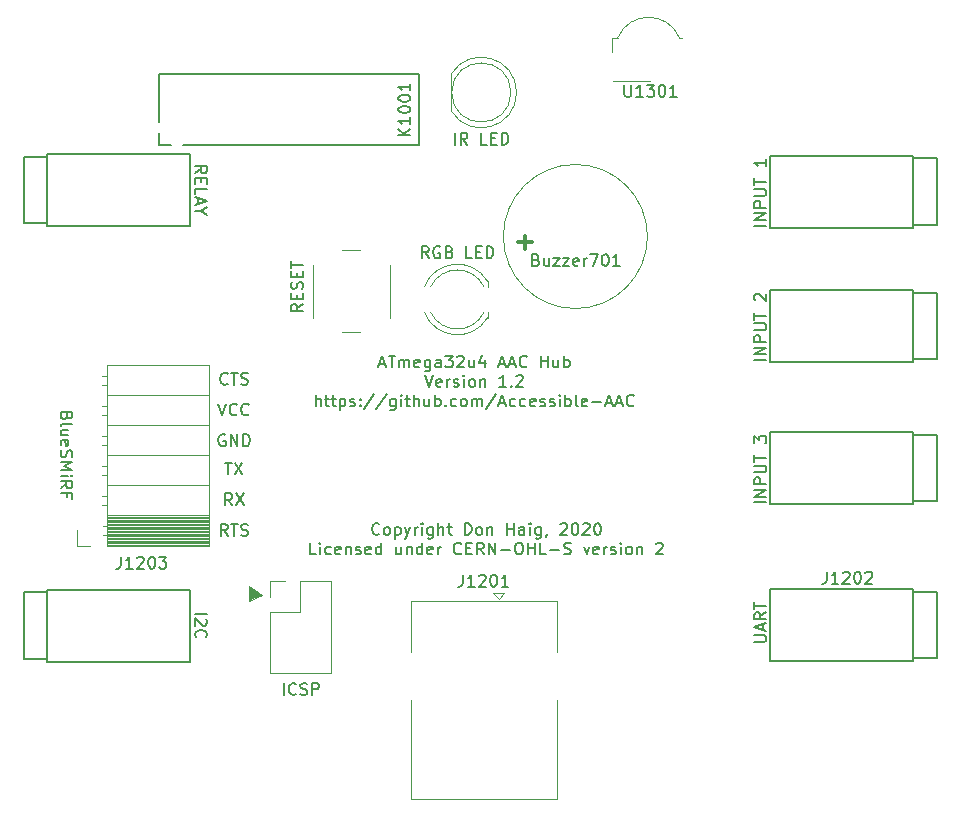
<source format=gto>
G04 #@! TF.GenerationSoftware,KiCad,Pcbnew,5.1.5-52549c5~86~ubuntu16.04.1*
G04 #@! TF.CreationDate,2020-04-28T17:17:38-04:00*
G04 #@! TF.ProjectId,atmega32u4_hub_pcb_2,61746d65-6761-4333-9275-345f6875625f,1.2*
G04 #@! TF.SameCoordinates,Original*
G04 #@! TF.FileFunction,Legend,Top*
G04 #@! TF.FilePolarity,Positive*
%FSLAX46Y46*%
G04 Gerber Fmt 4.6, Leading zero omitted, Abs format (unit mm)*
G04 Created by KiCad (PCBNEW 5.1.5-52549c5~86~ubuntu16.04.1) date 2020-04-28 17:17:38*
%MOMM*%
%LPD*%
G04 APERTURE LIST*
%ADD10C,0.100000*%
%ADD11C,0.150000*%
%ADD12C,0.300000*%
%ADD13C,0.120000*%
G04 APERTURE END LIST*
D10*
G36*
X126034800Y-118491000D02*
G01*
X124891800Y-118973600D01*
X124891800Y-117805200D01*
X124917200Y-117830600D01*
X124891800Y-117754400D01*
X126034800Y-118491000D01*
G37*
X126034800Y-118491000D02*
X124891800Y-118973600D01*
X124891800Y-117805200D01*
X124917200Y-117830600D01*
X124891800Y-117754400D01*
X126034800Y-118491000D01*
D11*
X109494628Y-103343485D02*
X109447009Y-103486342D01*
X109399390Y-103533961D01*
X109304152Y-103581580D01*
X109161295Y-103581580D01*
X109066057Y-103533961D01*
X109018438Y-103486342D01*
X108970819Y-103391104D01*
X108970819Y-103010152D01*
X109970819Y-103010152D01*
X109970819Y-103343485D01*
X109923200Y-103438723D01*
X109875580Y-103486342D01*
X109780342Y-103533961D01*
X109685104Y-103533961D01*
X109589866Y-103486342D01*
X109542247Y-103438723D01*
X109494628Y-103343485D01*
X109494628Y-103010152D01*
X108970819Y-104153009D02*
X109018438Y-104057771D01*
X109113676Y-104010152D01*
X109970819Y-104010152D01*
X109637485Y-104962533D02*
X108970819Y-104962533D01*
X109637485Y-104533961D02*
X109113676Y-104533961D01*
X109018438Y-104581580D01*
X108970819Y-104676819D01*
X108970819Y-104819676D01*
X109018438Y-104914914D01*
X109066057Y-104962533D01*
X109018438Y-105819676D02*
X108970819Y-105724438D01*
X108970819Y-105533961D01*
X109018438Y-105438723D01*
X109113676Y-105391104D01*
X109494628Y-105391104D01*
X109589866Y-105438723D01*
X109637485Y-105533961D01*
X109637485Y-105724438D01*
X109589866Y-105819676D01*
X109494628Y-105867295D01*
X109399390Y-105867295D01*
X109304152Y-105391104D01*
X109018438Y-106248247D02*
X108970819Y-106391104D01*
X108970819Y-106629200D01*
X109018438Y-106724438D01*
X109066057Y-106772057D01*
X109161295Y-106819676D01*
X109256533Y-106819676D01*
X109351771Y-106772057D01*
X109399390Y-106724438D01*
X109447009Y-106629200D01*
X109494628Y-106438723D01*
X109542247Y-106343485D01*
X109589866Y-106295866D01*
X109685104Y-106248247D01*
X109780342Y-106248247D01*
X109875580Y-106295866D01*
X109923200Y-106343485D01*
X109970819Y-106438723D01*
X109970819Y-106676819D01*
X109923200Y-106819676D01*
X108970819Y-107248247D02*
X109970819Y-107248247D01*
X109256533Y-107581580D01*
X109970819Y-107914914D01*
X108970819Y-107914914D01*
X108970819Y-108391104D02*
X109637485Y-108391104D01*
X109970819Y-108391104D02*
X109923200Y-108343485D01*
X109875580Y-108391104D01*
X109923200Y-108438723D01*
X109970819Y-108391104D01*
X109875580Y-108391104D01*
X108970819Y-109438723D02*
X109447009Y-109105390D01*
X108970819Y-108867295D02*
X109970819Y-108867295D01*
X109970819Y-109248247D01*
X109923200Y-109343485D01*
X109875580Y-109391104D01*
X109780342Y-109438723D01*
X109637485Y-109438723D01*
X109542247Y-109391104D01*
X109494628Y-109343485D01*
X109447009Y-109248247D01*
X109447009Y-108867295D01*
X109494628Y-110200628D02*
X109494628Y-109867295D01*
X108970819Y-109867295D02*
X109970819Y-109867295D01*
X109970819Y-110343485D01*
X167701980Y-122448438D02*
X168511504Y-122448438D01*
X168606742Y-122400819D01*
X168654361Y-122353200D01*
X168701980Y-122257961D01*
X168701980Y-122067485D01*
X168654361Y-121972247D01*
X168606742Y-121924628D01*
X168511504Y-121877009D01*
X167701980Y-121877009D01*
X168416266Y-121448438D02*
X168416266Y-120972247D01*
X168701980Y-121543676D02*
X167701980Y-121210342D01*
X168701980Y-120877009D01*
X168701980Y-119972247D02*
X168225790Y-120305580D01*
X168701980Y-120543676D02*
X167701980Y-120543676D01*
X167701980Y-120162723D01*
X167749600Y-120067485D01*
X167797219Y-120019866D01*
X167892457Y-119972247D01*
X168035314Y-119972247D01*
X168130552Y-120019866D01*
X168178171Y-120067485D01*
X168225790Y-120162723D01*
X168225790Y-120543676D01*
X167701980Y-119686533D02*
X167701980Y-119115104D01*
X168701980Y-119400819D02*
X167701980Y-119400819D01*
D12*
X148843928Y-88626142D02*
X147701071Y-88626142D01*
X148272500Y-89197571D02*
X148272500Y-88054714D01*
D11*
X120350019Y-120080209D02*
X121350019Y-120080209D01*
X121254780Y-120508780D02*
X121302400Y-120556400D01*
X121350019Y-120651638D01*
X121350019Y-120889733D01*
X121302400Y-120984971D01*
X121254780Y-121032590D01*
X121159542Y-121080209D01*
X121064304Y-121080209D01*
X120921447Y-121032590D01*
X120350019Y-120461161D01*
X120350019Y-121080209D01*
X120445257Y-122080209D02*
X120397638Y-122032590D01*
X120350019Y-121889733D01*
X120350019Y-121794495D01*
X120397638Y-121651638D01*
X120492876Y-121556400D01*
X120588114Y-121508780D01*
X120778590Y-121461161D01*
X120921447Y-121461161D01*
X121111923Y-121508780D01*
X121207161Y-121556400D01*
X121302400Y-121651638D01*
X121350019Y-121794495D01*
X121350019Y-121889733D01*
X121302400Y-122032590D01*
X121254780Y-122080209D01*
X135970380Y-98935566D02*
X136446571Y-98935566D01*
X135875142Y-99221280D02*
X136208476Y-98221280D01*
X136541809Y-99221280D01*
X136732285Y-98221280D02*
X137303714Y-98221280D01*
X137018000Y-99221280D02*
X137018000Y-98221280D01*
X137637047Y-99221280D02*
X137637047Y-98554614D01*
X137637047Y-98649852D02*
X137684666Y-98602233D01*
X137779904Y-98554614D01*
X137922761Y-98554614D01*
X138018000Y-98602233D01*
X138065619Y-98697471D01*
X138065619Y-99221280D01*
X138065619Y-98697471D02*
X138113238Y-98602233D01*
X138208476Y-98554614D01*
X138351333Y-98554614D01*
X138446571Y-98602233D01*
X138494190Y-98697471D01*
X138494190Y-99221280D01*
X139351333Y-99173661D02*
X139256095Y-99221280D01*
X139065619Y-99221280D01*
X138970380Y-99173661D01*
X138922761Y-99078423D01*
X138922761Y-98697471D01*
X138970380Y-98602233D01*
X139065619Y-98554614D01*
X139256095Y-98554614D01*
X139351333Y-98602233D01*
X139398952Y-98697471D01*
X139398952Y-98792709D01*
X138922761Y-98887947D01*
X140256095Y-98554614D02*
X140256095Y-99364138D01*
X140208476Y-99459376D01*
X140160857Y-99506995D01*
X140065619Y-99554614D01*
X139922761Y-99554614D01*
X139827523Y-99506995D01*
X140256095Y-99173661D02*
X140160857Y-99221280D01*
X139970380Y-99221280D01*
X139875142Y-99173661D01*
X139827523Y-99126042D01*
X139779904Y-99030804D01*
X139779904Y-98745090D01*
X139827523Y-98649852D01*
X139875142Y-98602233D01*
X139970380Y-98554614D01*
X140160857Y-98554614D01*
X140256095Y-98602233D01*
X141160857Y-99221280D02*
X141160857Y-98697471D01*
X141113238Y-98602233D01*
X141018000Y-98554614D01*
X140827523Y-98554614D01*
X140732285Y-98602233D01*
X141160857Y-99173661D02*
X141065619Y-99221280D01*
X140827523Y-99221280D01*
X140732285Y-99173661D01*
X140684666Y-99078423D01*
X140684666Y-98983185D01*
X140732285Y-98887947D01*
X140827523Y-98840328D01*
X141065619Y-98840328D01*
X141160857Y-98792709D01*
X141541809Y-98221280D02*
X142160857Y-98221280D01*
X141827523Y-98602233D01*
X141970380Y-98602233D01*
X142065619Y-98649852D01*
X142113238Y-98697471D01*
X142160857Y-98792709D01*
X142160857Y-99030804D01*
X142113238Y-99126042D01*
X142065619Y-99173661D01*
X141970380Y-99221280D01*
X141684666Y-99221280D01*
X141589428Y-99173661D01*
X141541809Y-99126042D01*
X142541809Y-98316519D02*
X142589428Y-98268900D01*
X142684666Y-98221280D01*
X142922761Y-98221280D01*
X143018000Y-98268900D01*
X143065619Y-98316519D01*
X143113238Y-98411757D01*
X143113238Y-98506995D01*
X143065619Y-98649852D01*
X142494190Y-99221280D01*
X143113238Y-99221280D01*
X143970380Y-98554614D02*
X143970380Y-99221280D01*
X143541809Y-98554614D02*
X143541809Y-99078423D01*
X143589428Y-99173661D01*
X143684666Y-99221280D01*
X143827523Y-99221280D01*
X143922761Y-99173661D01*
X143970380Y-99126042D01*
X144875142Y-98554614D02*
X144875142Y-99221280D01*
X144637047Y-98173661D02*
X144398952Y-98887947D01*
X145018000Y-98887947D01*
X146113238Y-98935566D02*
X146589428Y-98935566D01*
X146018000Y-99221280D02*
X146351333Y-98221280D01*
X146684666Y-99221280D01*
X146970380Y-98935566D02*
X147446571Y-98935566D01*
X146875142Y-99221280D02*
X147208476Y-98221280D01*
X147541809Y-99221280D01*
X148446571Y-99126042D02*
X148398952Y-99173661D01*
X148256095Y-99221280D01*
X148160857Y-99221280D01*
X148018000Y-99173661D01*
X147922761Y-99078423D01*
X147875142Y-98983185D01*
X147827523Y-98792709D01*
X147827523Y-98649852D01*
X147875142Y-98459376D01*
X147922761Y-98364138D01*
X148018000Y-98268900D01*
X148160857Y-98221280D01*
X148256095Y-98221280D01*
X148398952Y-98268900D01*
X148446571Y-98316519D01*
X149637047Y-99221280D02*
X149637047Y-98221280D01*
X149637047Y-98697471D02*
X150208476Y-98697471D01*
X150208476Y-99221280D02*
X150208476Y-98221280D01*
X151113238Y-98554614D02*
X151113238Y-99221280D01*
X150684666Y-98554614D02*
X150684666Y-99078423D01*
X150732285Y-99173661D01*
X150827523Y-99221280D01*
X150970380Y-99221280D01*
X151065619Y-99173661D01*
X151113238Y-99126042D01*
X151589428Y-99221280D02*
X151589428Y-98221280D01*
X151589428Y-98602233D02*
X151684666Y-98554614D01*
X151875142Y-98554614D01*
X151970380Y-98602233D01*
X152018000Y-98649852D01*
X152065619Y-98745090D01*
X152065619Y-99030804D01*
X152018000Y-99126042D01*
X151970380Y-99173661D01*
X151875142Y-99221280D01*
X151684666Y-99221280D01*
X151589428Y-99173661D01*
X139827523Y-99871280D02*
X140160857Y-100871280D01*
X140494190Y-99871280D01*
X141208476Y-100823661D02*
X141113238Y-100871280D01*
X140922761Y-100871280D01*
X140827523Y-100823661D01*
X140779904Y-100728423D01*
X140779904Y-100347471D01*
X140827523Y-100252233D01*
X140922761Y-100204614D01*
X141113238Y-100204614D01*
X141208476Y-100252233D01*
X141256095Y-100347471D01*
X141256095Y-100442709D01*
X140779904Y-100537947D01*
X141684666Y-100871280D02*
X141684666Y-100204614D01*
X141684666Y-100395090D02*
X141732285Y-100299852D01*
X141779904Y-100252233D01*
X141875142Y-100204614D01*
X141970380Y-100204614D01*
X142256095Y-100823661D02*
X142351333Y-100871280D01*
X142541809Y-100871280D01*
X142637047Y-100823661D01*
X142684666Y-100728423D01*
X142684666Y-100680804D01*
X142637047Y-100585566D01*
X142541809Y-100537947D01*
X142398952Y-100537947D01*
X142303714Y-100490328D01*
X142256095Y-100395090D01*
X142256095Y-100347471D01*
X142303714Y-100252233D01*
X142398952Y-100204614D01*
X142541809Y-100204614D01*
X142637047Y-100252233D01*
X143113238Y-100871280D02*
X143113238Y-100204614D01*
X143113238Y-99871280D02*
X143065619Y-99918900D01*
X143113238Y-99966519D01*
X143160857Y-99918900D01*
X143113238Y-99871280D01*
X143113238Y-99966519D01*
X143732285Y-100871280D02*
X143637047Y-100823661D01*
X143589428Y-100776042D01*
X143541809Y-100680804D01*
X143541809Y-100395090D01*
X143589428Y-100299852D01*
X143637047Y-100252233D01*
X143732285Y-100204614D01*
X143875142Y-100204614D01*
X143970380Y-100252233D01*
X144018000Y-100299852D01*
X144065619Y-100395090D01*
X144065619Y-100680804D01*
X144018000Y-100776042D01*
X143970380Y-100823661D01*
X143875142Y-100871280D01*
X143732285Y-100871280D01*
X144494190Y-100204614D02*
X144494190Y-100871280D01*
X144494190Y-100299852D02*
X144541809Y-100252233D01*
X144637047Y-100204614D01*
X144779904Y-100204614D01*
X144875142Y-100252233D01*
X144922761Y-100347471D01*
X144922761Y-100871280D01*
X146684666Y-100871280D02*
X146113238Y-100871280D01*
X146398952Y-100871280D02*
X146398952Y-99871280D01*
X146303714Y-100014138D01*
X146208476Y-100109376D01*
X146113238Y-100156995D01*
X147113238Y-100776042D02*
X147160857Y-100823661D01*
X147113238Y-100871280D01*
X147065619Y-100823661D01*
X147113238Y-100776042D01*
X147113238Y-100871280D01*
X147541809Y-99966519D02*
X147589428Y-99918900D01*
X147684666Y-99871280D01*
X147922761Y-99871280D01*
X148018000Y-99918900D01*
X148065619Y-99966519D01*
X148113238Y-100061757D01*
X148113238Y-100156995D01*
X148065619Y-100299852D01*
X147494190Y-100871280D01*
X148113238Y-100871280D01*
X130565619Y-102521280D02*
X130565619Y-101521280D01*
X130994190Y-102521280D02*
X130994190Y-101997471D01*
X130946571Y-101902233D01*
X130851333Y-101854614D01*
X130708476Y-101854614D01*
X130613238Y-101902233D01*
X130565619Y-101949852D01*
X131327523Y-101854614D02*
X131708476Y-101854614D01*
X131470380Y-101521280D02*
X131470380Y-102378423D01*
X131518000Y-102473661D01*
X131613238Y-102521280D01*
X131708476Y-102521280D01*
X131898952Y-101854614D02*
X132279904Y-101854614D01*
X132041809Y-101521280D02*
X132041809Y-102378423D01*
X132089428Y-102473661D01*
X132184666Y-102521280D01*
X132279904Y-102521280D01*
X132613238Y-101854614D02*
X132613238Y-102854614D01*
X132613238Y-101902233D02*
X132708476Y-101854614D01*
X132898952Y-101854614D01*
X132994190Y-101902233D01*
X133041809Y-101949852D01*
X133089428Y-102045090D01*
X133089428Y-102330804D01*
X133041809Y-102426042D01*
X132994190Y-102473661D01*
X132898952Y-102521280D01*
X132708476Y-102521280D01*
X132613238Y-102473661D01*
X133470380Y-102473661D02*
X133565619Y-102521280D01*
X133756095Y-102521280D01*
X133851333Y-102473661D01*
X133898952Y-102378423D01*
X133898952Y-102330804D01*
X133851333Y-102235566D01*
X133756095Y-102187947D01*
X133613238Y-102187947D01*
X133518000Y-102140328D01*
X133470380Y-102045090D01*
X133470380Y-101997471D01*
X133518000Y-101902233D01*
X133613238Y-101854614D01*
X133756095Y-101854614D01*
X133851333Y-101902233D01*
X134327523Y-102426042D02*
X134375142Y-102473661D01*
X134327523Y-102521280D01*
X134279904Y-102473661D01*
X134327523Y-102426042D01*
X134327523Y-102521280D01*
X134327523Y-101902233D02*
X134375142Y-101949852D01*
X134327523Y-101997471D01*
X134279904Y-101949852D01*
X134327523Y-101902233D01*
X134327523Y-101997471D01*
X135518000Y-101473661D02*
X134660857Y-102759376D01*
X136565619Y-101473661D02*
X135708476Y-102759376D01*
X137327523Y-101854614D02*
X137327523Y-102664138D01*
X137279904Y-102759376D01*
X137232285Y-102806995D01*
X137137047Y-102854614D01*
X136994190Y-102854614D01*
X136898952Y-102806995D01*
X137327523Y-102473661D02*
X137232285Y-102521280D01*
X137041809Y-102521280D01*
X136946571Y-102473661D01*
X136898952Y-102426042D01*
X136851333Y-102330804D01*
X136851333Y-102045090D01*
X136898952Y-101949852D01*
X136946571Y-101902233D01*
X137041809Y-101854614D01*
X137232285Y-101854614D01*
X137327523Y-101902233D01*
X137803714Y-102521280D02*
X137803714Y-101854614D01*
X137803714Y-101521280D02*
X137756095Y-101568900D01*
X137803714Y-101616519D01*
X137851333Y-101568900D01*
X137803714Y-101521280D01*
X137803714Y-101616519D01*
X138137047Y-101854614D02*
X138518000Y-101854614D01*
X138279904Y-101521280D02*
X138279904Y-102378423D01*
X138327523Y-102473661D01*
X138422761Y-102521280D01*
X138518000Y-102521280D01*
X138851333Y-102521280D02*
X138851333Y-101521280D01*
X139279904Y-102521280D02*
X139279904Y-101997471D01*
X139232285Y-101902233D01*
X139137047Y-101854614D01*
X138994190Y-101854614D01*
X138898952Y-101902233D01*
X138851333Y-101949852D01*
X140184666Y-101854614D02*
X140184666Y-102521280D01*
X139756095Y-101854614D02*
X139756095Y-102378423D01*
X139803714Y-102473661D01*
X139898952Y-102521280D01*
X140041809Y-102521280D01*
X140137047Y-102473661D01*
X140184666Y-102426042D01*
X140660857Y-102521280D02*
X140660857Y-101521280D01*
X140660857Y-101902233D02*
X140756095Y-101854614D01*
X140946571Y-101854614D01*
X141041809Y-101902233D01*
X141089428Y-101949852D01*
X141137047Y-102045090D01*
X141137047Y-102330804D01*
X141089428Y-102426042D01*
X141041809Y-102473661D01*
X140946571Y-102521280D01*
X140756095Y-102521280D01*
X140660857Y-102473661D01*
X141565619Y-102426042D02*
X141613238Y-102473661D01*
X141565619Y-102521280D01*
X141518000Y-102473661D01*
X141565619Y-102426042D01*
X141565619Y-102521280D01*
X142470380Y-102473661D02*
X142375142Y-102521280D01*
X142184666Y-102521280D01*
X142089428Y-102473661D01*
X142041809Y-102426042D01*
X141994190Y-102330804D01*
X141994190Y-102045090D01*
X142041809Y-101949852D01*
X142089428Y-101902233D01*
X142184666Y-101854614D01*
X142375142Y-101854614D01*
X142470380Y-101902233D01*
X143041809Y-102521280D02*
X142946571Y-102473661D01*
X142898952Y-102426042D01*
X142851333Y-102330804D01*
X142851333Y-102045090D01*
X142898952Y-101949852D01*
X142946571Y-101902233D01*
X143041809Y-101854614D01*
X143184666Y-101854614D01*
X143279904Y-101902233D01*
X143327523Y-101949852D01*
X143375142Y-102045090D01*
X143375142Y-102330804D01*
X143327523Y-102426042D01*
X143279904Y-102473661D01*
X143184666Y-102521280D01*
X143041809Y-102521280D01*
X143803714Y-102521280D02*
X143803714Y-101854614D01*
X143803714Y-101949852D02*
X143851333Y-101902233D01*
X143946571Y-101854614D01*
X144089428Y-101854614D01*
X144184666Y-101902233D01*
X144232285Y-101997471D01*
X144232285Y-102521280D01*
X144232285Y-101997471D02*
X144279904Y-101902233D01*
X144375142Y-101854614D01*
X144518000Y-101854614D01*
X144613238Y-101902233D01*
X144660857Y-101997471D01*
X144660857Y-102521280D01*
X145851333Y-101473661D02*
X144994190Y-102759376D01*
X146137047Y-102235566D02*
X146613238Y-102235566D01*
X146041809Y-102521280D02*
X146375142Y-101521280D01*
X146708476Y-102521280D01*
X147470380Y-102473661D02*
X147375142Y-102521280D01*
X147184666Y-102521280D01*
X147089428Y-102473661D01*
X147041809Y-102426042D01*
X146994190Y-102330804D01*
X146994190Y-102045090D01*
X147041809Y-101949852D01*
X147089428Y-101902233D01*
X147184666Y-101854614D01*
X147375142Y-101854614D01*
X147470380Y-101902233D01*
X148327523Y-102473661D02*
X148232285Y-102521280D01*
X148041809Y-102521280D01*
X147946571Y-102473661D01*
X147898952Y-102426042D01*
X147851333Y-102330804D01*
X147851333Y-102045090D01*
X147898952Y-101949852D01*
X147946571Y-101902233D01*
X148041809Y-101854614D01*
X148232285Y-101854614D01*
X148327523Y-101902233D01*
X149137047Y-102473661D02*
X149041809Y-102521280D01*
X148851333Y-102521280D01*
X148756095Y-102473661D01*
X148708476Y-102378423D01*
X148708476Y-101997471D01*
X148756095Y-101902233D01*
X148851333Y-101854614D01*
X149041809Y-101854614D01*
X149137047Y-101902233D01*
X149184666Y-101997471D01*
X149184666Y-102092709D01*
X148708476Y-102187947D01*
X149565619Y-102473661D02*
X149660857Y-102521280D01*
X149851333Y-102521280D01*
X149946571Y-102473661D01*
X149994190Y-102378423D01*
X149994190Y-102330804D01*
X149946571Y-102235566D01*
X149851333Y-102187947D01*
X149708476Y-102187947D01*
X149613238Y-102140328D01*
X149565619Y-102045090D01*
X149565619Y-101997471D01*
X149613238Y-101902233D01*
X149708476Y-101854614D01*
X149851333Y-101854614D01*
X149946571Y-101902233D01*
X150375142Y-102473661D02*
X150470380Y-102521280D01*
X150660857Y-102521280D01*
X150756095Y-102473661D01*
X150803714Y-102378423D01*
X150803714Y-102330804D01*
X150756095Y-102235566D01*
X150660857Y-102187947D01*
X150518000Y-102187947D01*
X150422761Y-102140328D01*
X150375142Y-102045090D01*
X150375142Y-101997471D01*
X150422761Y-101902233D01*
X150518000Y-101854614D01*
X150660857Y-101854614D01*
X150756095Y-101902233D01*
X151232285Y-102521280D02*
X151232285Y-101854614D01*
X151232285Y-101521280D02*
X151184666Y-101568900D01*
X151232285Y-101616519D01*
X151279904Y-101568900D01*
X151232285Y-101521280D01*
X151232285Y-101616519D01*
X151708476Y-102521280D02*
X151708476Y-101521280D01*
X151708476Y-101902233D02*
X151803714Y-101854614D01*
X151994190Y-101854614D01*
X152089428Y-101902233D01*
X152137047Y-101949852D01*
X152184666Y-102045090D01*
X152184666Y-102330804D01*
X152137047Y-102426042D01*
X152089428Y-102473661D01*
X151994190Y-102521280D01*
X151803714Y-102521280D01*
X151708476Y-102473661D01*
X152756095Y-102521280D02*
X152660857Y-102473661D01*
X152613238Y-102378423D01*
X152613238Y-101521280D01*
X153518000Y-102473661D02*
X153422761Y-102521280D01*
X153232285Y-102521280D01*
X153137047Y-102473661D01*
X153089428Y-102378423D01*
X153089428Y-101997471D01*
X153137047Y-101902233D01*
X153232285Y-101854614D01*
X153422761Y-101854614D01*
X153518000Y-101902233D01*
X153565619Y-101997471D01*
X153565619Y-102092709D01*
X153089428Y-102187947D01*
X153994190Y-102140328D02*
X154756095Y-102140328D01*
X155184666Y-102235566D02*
X155660857Y-102235566D01*
X155089428Y-102521280D02*
X155422761Y-101521280D01*
X155756095Y-102521280D01*
X156041809Y-102235566D02*
X156518000Y-102235566D01*
X155946571Y-102521280D02*
X156279904Y-101521280D01*
X156613238Y-102521280D01*
X157518000Y-102426042D02*
X157470380Y-102473661D01*
X157327523Y-102521280D01*
X157232285Y-102521280D01*
X157089428Y-102473661D01*
X156994190Y-102378423D01*
X156946571Y-102283185D01*
X156898952Y-102092709D01*
X156898952Y-101949852D01*
X156946571Y-101759376D01*
X156994190Y-101664138D01*
X157089428Y-101568900D01*
X157232285Y-101521280D01*
X157327523Y-101521280D01*
X157470380Y-101568900D01*
X157518000Y-101616519D01*
X135949871Y-113311442D02*
X135902252Y-113359061D01*
X135759395Y-113406680D01*
X135664157Y-113406680D01*
X135521300Y-113359061D01*
X135426061Y-113263823D01*
X135378442Y-113168585D01*
X135330823Y-112978109D01*
X135330823Y-112835252D01*
X135378442Y-112644776D01*
X135426061Y-112549538D01*
X135521300Y-112454300D01*
X135664157Y-112406680D01*
X135759395Y-112406680D01*
X135902252Y-112454300D01*
X135949871Y-112501919D01*
X136521300Y-113406680D02*
X136426061Y-113359061D01*
X136378442Y-113311442D01*
X136330823Y-113216204D01*
X136330823Y-112930490D01*
X136378442Y-112835252D01*
X136426061Y-112787633D01*
X136521300Y-112740014D01*
X136664157Y-112740014D01*
X136759395Y-112787633D01*
X136807014Y-112835252D01*
X136854633Y-112930490D01*
X136854633Y-113216204D01*
X136807014Y-113311442D01*
X136759395Y-113359061D01*
X136664157Y-113406680D01*
X136521300Y-113406680D01*
X137283204Y-112740014D02*
X137283204Y-113740014D01*
X137283204Y-112787633D02*
X137378442Y-112740014D01*
X137568919Y-112740014D01*
X137664157Y-112787633D01*
X137711776Y-112835252D01*
X137759395Y-112930490D01*
X137759395Y-113216204D01*
X137711776Y-113311442D01*
X137664157Y-113359061D01*
X137568919Y-113406680D01*
X137378442Y-113406680D01*
X137283204Y-113359061D01*
X138092728Y-112740014D02*
X138330823Y-113406680D01*
X138568919Y-112740014D02*
X138330823Y-113406680D01*
X138235585Y-113644776D01*
X138187966Y-113692395D01*
X138092728Y-113740014D01*
X138949871Y-113406680D02*
X138949871Y-112740014D01*
X138949871Y-112930490D02*
X138997490Y-112835252D01*
X139045109Y-112787633D01*
X139140347Y-112740014D01*
X139235585Y-112740014D01*
X139568919Y-113406680D02*
X139568919Y-112740014D01*
X139568919Y-112406680D02*
X139521300Y-112454300D01*
X139568919Y-112501919D01*
X139616538Y-112454300D01*
X139568919Y-112406680D01*
X139568919Y-112501919D01*
X140473680Y-112740014D02*
X140473680Y-113549538D01*
X140426061Y-113644776D01*
X140378442Y-113692395D01*
X140283204Y-113740014D01*
X140140347Y-113740014D01*
X140045109Y-113692395D01*
X140473680Y-113359061D02*
X140378442Y-113406680D01*
X140187966Y-113406680D01*
X140092728Y-113359061D01*
X140045109Y-113311442D01*
X139997490Y-113216204D01*
X139997490Y-112930490D01*
X140045109Y-112835252D01*
X140092728Y-112787633D01*
X140187966Y-112740014D01*
X140378442Y-112740014D01*
X140473680Y-112787633D01*
X140949871Y-113406680D02*
X140949871Y-112406680D01*
X141378442Y-113406680D02*
X141378442Y-112882871D01*
X141330823Y-112787633D01*
X141235585Y-112740014D01*
X141092728Y-112740014D01*
X140997490Y-112787633D01*
X140949871Y-112835252D01*
X141711776Y-112740014D02*
X142092728Y-112740014D01*
X141854633Y-112406680D02*
X141854633Y-113263823D01*
X141902252Y-113359061D01*
X141997490Y-113406680D01*
X142092728Y-113406680D01*
X143187966Y-113406680D02*
X143187966Y-112406680D01*
X143426061Y-112406680D01*
X143568919Y-112454300D01*
X143664157Y-112549538D01*
X143711776Y-112644776D01*
X143759395Y-112835252D01*
X143759395Y-112978109D01*
X143711776Y-113168585D01*
X143664157Y-113263823D01*
X143568919Y-113359061D01*
X143426061Y-113406680D01*
X143187966Y-113406680D01*
X144330823Y-113406680D02*
X144235585Y-113359061D01*
X144187966Y-113311442D01*
X144140347Y-113216204D01*
X144140347Y-112930490D01*
X144187966Y-112835252D01*
X144235585Y-112787633D01*
X144330823Y-112740014D01*
X144473680Y-112740014D01*
X144568919Y-112787633D01*
X144616538Y-112835252D01*
X144664157Y-112930490D01*
X144664157Y-113216204D01*
X144616538Y-113311442D01*
X144568919Y-113359061D01*
X144473680Y-113406680D01*
X144330823Y-113406680D01*
X145092728Y-112740014D02*
X145092728Y-113406680D01*
X145092728Y-112835252D02*
X145140347Y-112787633D01*
X145235585Y-112740014D01*
X145378442Y-112740014D01*
X145473680Y-112787633D01*
X145521300Y-112882871D01*
X145521300Y-113406680D01*
X146759395Y-113406680D02*
X146759395Y-112406680D01*
X146759395Y-112882871D02*
X147330823Y-112882871D01*
X147330823Y-113406680D02*
X147330823Y-112406680D01*
X148235585Y-113406680D02*
X148235585Y-112882871D01*
X148187966Y-112787633D01*
X148092728Y-112740014D01*
X147902252Y-112740014D01*
X147807014Y-112787633D01*
X148235585Y-113359061D02*
X148140347Y-113406680D01*
X147902252Y-113406680D01*
X147807014Y-113359061D01*
X147759395Y-113263823D01*
X147759395Y-113168585D01*
X147807014Y-113073347D01*
X147902252Y-113025728D01*
X148140347Y-113025728D01*
X148235585Y-112978109D01*
X148711776Y-113406680D02*
X148711776Y-112740014D01*
X148711776Y-112406680D02*
X148664157Y-112454300D01*
X148711776Y-112501919D01*
X148759395Y-112454300D01*
X148711776Y-112406680D01*
X148711776Y-112501919D01*
X149616538Y-112740014D02*
X149616538Y-113549538D01*
X149568919Y-113644776D01*
X149521300Y-113692395D01*
X149426061Y-113740014D01*
X149283204Y-113740014D01*
X149187966Y-113692395D01*
X149616538Y-113359061D02*
X149521300Y-113406680D01*
X149330823Y-113406680D01*
X149235585Y-113359061D01*
X149187966Y-113311442D01*
X149140347Y-113216204D01*
X149140347Y-112930490D01*
X149187966Y-112835252D01*
X149235585Y-112787633D01*
X149330823Y-112740014D01*
X149521300Y-112740014D01*
X149616538Y-112787633D01*
X150140347Y-113359061D02*
X150140347Y-113406680D01*
X150092728Y-113501919D01*
X150045109Y-113549538D01*
X151283204Y-112501919D02*
X151330823Y-112454300D01*
X151426061Y-112406680D01*
X151664157Y-112406680D01*
X151759395Y-112454300D01*
X151807014Y-112501919D01*
X151854633Y-112597157D01*
X151854633Y-112692395D01*
X151807014Y-112835252D01*
X151235585Y-113406680D01*
X151854633Y-113406680D01*
X152473680Y-112406680D02*
X152568919Y-112406680D01*
X152664157Y-112454300D01*
X152711776Y-112501919D01*
X152759395Y-112597157D01*
X152807014Y-112787633D01*
X152807014Y-113025728D01*
X152759395Y-113216204D01*
X152711776Y-113311442D01*
X152664157Y-113359061D01*
X152568919Y-113406680D01*
X152473680Y-113406680D01*
X152378442Y-113359061D01*
X152330823Y-113311442D01*
X152283204Y-113216204D01*
X152235585Y-113025728D01*
X152235585Y-112787633D01*
X152283204Y-112597157D01*
X152330823Y-112501919D01*
X152378442Y-112454300D01*
X152473680Y-112406680D01*
X153187966Y-112501919D02*
X153235585Y-112454300D01*
X153330823Y-112406680D01*
X153568919Y-112406680D01*
X153664157Y-112454300D01*
X153711776Y-112501919D01*
X153759395Y-112597157D01*
X153759395Y-112692395D01*
X153711776Y-112835252D01*
X153140347Y-113406680D01*
X153759395Y-113406680D01*
X154378442Y-112406680D02*
X154473680Y-112406680D01*
X154568919Y-112454300D01*
X154616538Y-112501919D01*
X154664157Y-112597157D01*
X154711776Y-112787633D01*
X154711776Y-113025728D01*
X154664157Y-113216204D01*
X154616538Y-113311442D01*
X154568919Y-113359061D01*
X154473680Y-113406680D01*
X154378442Y-113406680D01*
X154283204Y-113359061D01*
X154235585Y-113311442D01*
X154187966Y-113216204D01*
X154140347Y-113025728D01*
X154140347Y-112787633D01*
X154187966Y-112597157D01*
X154235585Y-112501919D01*
X154283204Y-112454300D01*
X154378442Y-112406680D01*
X130592728Y-115056680D02*
X130116538Y-115056680D01*
X130116538Y-114056680D01*
X130926061Y-115056680D02*
X130926061Y-114390014D01*
X130926061Y-114056680D02*
X130878442Y-114104300D01*
X130926061Y-114151919D01*
X130973680Y-114104300D01*
X130926061Y-114056680D01*
X130926061Y-114151919D01*
X131830823Y-115009061D02*
X131735585Y-115056680D01*
X131545109Y-115056680D01*
X131449871Y-115009061D01*
X131402252Y-114961442D01*
X131354633Y-114866204D01*
X131354633Y-114580490D01*
X131402252Y-114485252D01*
X131449871Y-114437633D01*
X131545109Y-114390014D01*
X131735585Y-114390014D01*
X131830823Y-114437633D01*
X132640347Y-115009061D02*
X132545109Y-115056680D01*
X132354633Y-115056680D01*
X132259395Y-115009061D01*
X132211776Y-114913823D01*
X132211776Y-114532871D01*
X132259395Y-114437633D01*
X132354633Y-114390014D01*
X132545109Y-114390014D01*
X132640347Y-114437633D01*
X132687966Y-114532871D01*
X132687966Y-114628109D01*
X132211776Y-114723347D01*
X133116538Y-114390014D02*
X133116538Y-115056680D01*
X133116538Y-114485252D02*
X133164157Y-114437633D01*
X133259395Y-114390014D01*
X133402252Y-114390014D01*
X133497490Y-114437633D01*
X133545109Y-114532871D01*
X133545109Y-115056680D01*
X133973680Y-115009061D02*
X134068919Y-115056680D01*
X134259395Y-115056680D01*
X134354633Y-115009061D01*
X134402252Y-114913823D01*
X134402252Y-114866204D01*
X134354633Y-114770966D01*
X134259395Y-114723347D01*
X134116538Y-114723347D01*
X134021300Y-114675728D01*
X133973680Y-114580490D01*
X133973680Y-114532871D01*
X134021300Y-114437633D01*
X134116538Y-114390014D01*
X134259395Y-114390014D01*
X134354633Y-114437633D01*
X135211776Y-115009061D02*
X135116538Y-115056680D01*
X134926061Y-115056680D01*
X134830823Y-115009061D01*
X134783204Y-114913823D01*
X134783204Y-114532871D01*
X134830823Y-114437633D01*
X134926061Y-114390014D01*
X135116538Y-114390014D01*
X135211776Y-114437633D01*
X135259395Y-114532871D01*
X135259395Y-114628109D01*
X134783204Y-114723347D01*
X136116538Y-115056680D02*
X136116538Y-114056680D01*
X136116538Y-115009061D02*
X136021300Y-115056680D01*
X135830823Y-115056680D01*
X135735585Y-115009061D01*
X135687966Y-114961442D01*
X135640347Y-114866204D01*
X135640347Y-114580490D01*
X135687966Y-114485252D01*
X135735585Y-114437633D01*
X135830823Y-114390014D01*
X136021300Y-114390014D01*
X136116538Y-114437633D01*
X137783204Y-114390014D02*
X137783204Y-115056680D01*
X137354633Y-114390014D02*
X137354633Y-114913823D01*
X137402252Y-115009061D01*
X137497490Y-115056680D01*
X137640347Y-115056680D01*
X137735585Y-115009061D01*
X137783204Y-114961442D01*
X138259395Y-114390014D02*
X138259395Y-115056680D01*
X138259395Y-114485252D02*
X138307014Y-114437633D01*
X138402252Y-114390014D01*
X138545109Y-114390014D01*
X138640347Y-114437633D01*
X138687966Y-114532871D01*
X138687966Y-115056680D01*
X139592728Y-115056680D02*
X139592728Y-114056680D01*
X139592728Y-115009061D02*
X139497490Y-115056680D01*
X139307014Y-115056680D01*
X139211776Y-115009061D01*
X139164157Y-114961442D01*
X139116538Y-114866204D01*
X139116538Y-114580490D01*
X139164157Y-114485252D01*
X139211776Y-114437633D01*
X139307014Y-114390014D01*
X139497490Y-114390014D01*
X139592728Y-114437633D01*
X140449871Y-115009061D02*
X140354633Y-115056680D01*
X140164157Y-115056680D01*
X140068919Y-115009061D01*
X140021300Y-114913823D01*
X140021300Y-114532871D01*
X140068919Y-114437633D01*
X140164157Y-114390014D01*
X140354633Y-114390014D01*
X140449871Y-114437633D01*
X140497490Y-114532871D01*
X140497490Y-114628109D01*
X140021300Y-114723347D01*
X140926061Y-115056680D02*
X140926061Y-114390014D01*
X140926061Y-114580490D02*
X140973680Y-114485252D01*
X141021300Y-114437633D01*
X141116538Y-114390014D01*
X141211776Y-114390014D01*
X142878442Y-114961442D02*
X142830823Y-115009061D01*
X142687966Y-115056680D01*
X142592728Y-115056680D01*
X142449871Y-115009061D01*
X142354633Y-114913823D01*
X142307014Y-114818585D01*
X142259395Y-114628109D01*
X142259395Y-114485252D01*
X142307014Y-114294776D01*
X142354633Y-114199538D01*
X142449871Y-114104300D01*
X142592728Y-114056680D01*
X142687966Y-114056680D01*
X142830823Y-114104300D01*
X142878442Y-114151919D01*
X143307014Y-114532871D02*
X143640347Y-114532871D01*
X143783204Y-115056680D02*
X143307014Y-115056680D01*
X143307014Y-114056680D01*
X143783204Y-114056680D01*
X144783204Y-115056680D02*
X144449871Y-114580490D01*
X144211776Y-115056680D02*
X144211776Y-114056680D01*
X144592728Y-114056680D01*
X144687966Y-114104300D01*
X144735585Y-114151919D01*
X144783204Y-114247157D01*
X144783204Y-114390014D01*
X144735585Y-114485252D01*
X144687966Y-114532871D01*
X144592728Y-114580490D01*
X144211776Y-114580490D01*
X145211776Y-115056680D02*
X145211776Y-114056680D01*
X145783204Y-115056680D01*
X145783204Y-114056680D01*
X146259395Y-114675728D02*
X147021300Y-114675728D01*
X147687966Y-114056680D02*
X147878442Y-114056680D01*
X147973680Y-114104300D01*
X148068919Y-114199538D01*
X148116538Y-114390014D01*
X148116538Y-114723347D01*
X148068919Y-114913823D01*
X147973680Y-115009061D01*
X147878442Y-115056680D01*
X147687966Y-115056680D01*
X147592728Y-115009061D01*
X147497490Y-114913823D01*
X147449871Y-114723347D01*
X147449871Y-114390014D01*
X147497490Y-114199538D01*
X147592728Y-114104300D01*
X147687966Y-114056680D01*
X148545109Y-115056680D02*
X148545109Y-114056680D01*
X148545109Y-114532871D02*
X149116538Y-114532871D01*
X149116538Y-115056680D02*
X149116538Y-114056680D01*
X150068919Y-115056680D02*
X149592728Y-115056680D01*
X149592728Y-114056680D01*
X150402252Y-114675728D02*
X151164157Y-114675728D01*
X151592728Y-115009061D02*
X151735585Y-115056680D01*
X151973680Y-115056680D01*
X152068919Y-115009061D01*
X152116538Y-114961442D01*
X152164157Y-114866204D01*
X152164157Y-114770966D01*
X152116538Y-114675728D01*
X152068919Y-114628109D01*
X151973680Y-114580490D01*
X151783204Y-114532871D01*
X151687966Y-114485252D01*
X151640347Y-114437633D01*
X151592728Y-114342395D01*
X151592728Y-114247157D01*
X151640347Y-114151919D01*
X151687966Y-114104300D01*
X151783204Y-114056680D01*
X152021300Y-114056680D01*
X152164157Y-114104300D01*
X153259395Y-114390014D02*
X153497490Y-115056680D01*
X153735585Y-114390014D01*
X154497490Y-115009061D02*
X154402252Y-115056680D01*
X154211776Y-115056680D01*
X154116538Y-115009061D01*
X154068919Y-114913823D01*
X154068919Y-114532871D01*
X154116538Y-114437633D01*
X154211776Y-114390014D01*
X154402252Y-114390014D01*
X154497490Y-114437633D01*
X154545109Y-114532871D01*
X154545109Y-114628109D01*
X154068919Y-114723347D01*
X154973680Y-115056680D02*
X154973680Y-114390014D01*
X154973680Y-114580490D02*
X155021300Y-114485252D01*
X155068919Y-114437633D01*
X155164157Y-114390014D01*
X155259395Y-114390014D01*
X155545109Y-115009061D02*
X155640347Y-115056680D01*
X155830823Y-115056680D01*
X155926061Y-115009061D01*
X155973680Y-114913823D01*
X155973680Y-114866204D01*
X155926061Y-114770966D01*
X155830823Y-114723347D01*
X155687966Y-114723347D01*
X155592728Y-114675728D01*
X155545109Y-114580490D01*
X155545109Y-114532871D01*
X155592728Y-114437633D01*
X155687966Y-114390014D01*
X155830823Y-114390014D01*
X155926061Y-114437633D01*
X156402252Y-115056680D02*
X156402252Y-114390014D01*
X156402252Y-114056680D02*
X156354633Y-114104300D01*
X156402252Y-114151919D01*
X156449871Y-114104300D01*
X156402252Y-114056680D01*
X156402252Y-114151919D01*
X157021300Y-115056680D02*
X156926061Y-115009061D01*
X156878442Y-114961442D01*
X156830823Y-114866204D01*
X156830823Y-114580490D01*
X156878442Y-114485252D01*
X156926061Y-114437633D01*
X157021300Y-114390014D01*
X157164157Y-114390014D01*
X157259395Y-114437633D01*
X157307014Y-114485252D01*
X157354633Y-114580490D01*
X157354633Y-114866204D01*
X157307014Y-114961442D01*
X157259395Y-115009061D01*
X157164157Y-115056680D01*
X157021300Y-115056680D01*
X157783204Y-114390014D02*
X157783204Y-115056680D01*
X157783204Y-114485252D02*
X157830823Y-114437633D01*
X157926061Y-114390014D01*
X158068919Y-114390014D01*
X158164157Y-114437633D01*
X158211776Y-114532871D01*
X158211776Y-115056680D01*
X159402252Y-114151919D02*
X159449871Y-114104300D01*
X159545109Y-114056680D01*
X159783204Y-114056680D01*
X159878442Y-114104300D01*
X159926061Y-114151919D01*
X159973680Y-114247157D01*
X159973680Y-114342395D01*
X159926061Y-114485252D01*
X159354633Y-115056680D01*
X159973680Y-115056680D01*
X120350019Y-82770838D02*
X120826209Y-82437504D01*
X120350019Y-82199409D02*
X121350019Y-82199409D01*
X121350019Y-82580361D01*
X121302400Y-82675600D01*
X121254780Y-82723219D01*
X121159542Y-82770838D01*
X121016685Y-82770838D01*
X120921447Y-82723219D01*
X120873828Y-82675600D01*
X120826209Y-82580361D01*
X120826209Y-82199409D01*
X120873828Y-83199409D02*
X120873828Y-83532742D01*
X120350019Y-83675600D02*
X120350019Y-83199409D01*
X121350019Y-83199409D01*
X121350019Y-83675600D01*
X120350019Y-84580361D02*
X120350019Y-84104171D01*
X121350019Y-84104171D01*
X120635733Y-84866076D02*
X120635733Y-85342266D01*
X120350019Y-84770838D02*
X121350019Y-85104171D01*
X120350019Y-85437504D01*
X120826209Y-85961314D02*
X120350019Y-85961314D01*
X121350019Y-85627980D02*
X120826209Y-85961314D01*
X121350019Y-86294647D01*
X168701980Y-110634114D02*
X167701980Y-110634114D01*
X168701980Y-110157923D02*
X167701980Y-110157923D01*
X168701980Y-109586495D01*
X167701980Y-109586495D01*
X168701980Y-109110304D02*
X167701980Y-109110304D01*
X167701980Y-108729352D01*
X167749600Y-108634114D01*
X167797219Y-108586495D01*
X167892457Y-108538876D01*
X168035314Y-108538876D01*
X168130552Y-108586495D01*
X168178171Y-108634114D01*
X168225790Y-108729352D01*
X168225790Y-109110304D01*
X167701980Y-108110304D02*
X168511504Y-108110304D01*
X168606742Y-108062685D01*
X168654361Y-108015066D01*
X168701980Y-107919828D01*
X168701980Y-107729352D01*
X168654361Y-107634114D01*
X168606742Y-107586495D01*
X168511504Y-107538876D01*
X167701980Y-107538876D01*
X167701980Y-107205542D02*
X167701980Y-106634114D01*
X168701980Y-106919828D02*
X167701980Y-106919828D01*
X167701980Y-105634114D02*
X167701980Y-105015066D01*
X168082933Y-105348400D01*
X168082933Y-105205542D01*
X168130552Y-105110304D01*
X168178171Y-105062685D01*
X168273409Y-105015066D01*
X168511504Y-105015066D01*
X168606742Y-105062685D01*
X168654361Y-105110304D01*
X168701980Y-105205542D01*
X168701980Y-105491257D01*
X168654361Y-105586495D01*
X168606742Y-105634114D01*
X168701980Y-98594514D02*
X167701980Y-98594514D01*
X168701980Y-98118323D02*
X167701980Y-98118323D01*
X168701980Y-97546895D01*
X167701980Y-97546895D01*
X168701980Y-97070704D02*
X167701980Y-97070704D01*
X167701980Y-96689752D01*
X167749600Y-96594514D01*
X167797219Y-96546895D01*
X167892457Y-96499276D01*
X168035314Y-96499276D01*
X168130552Y-96546895D01*
X168178171Y-96594514D01*
X168225790Y-96689752D01*
X168225790Y-97070704D01*
X167701980Y-96070704D02*
X168511504Y-96070704D01*
X168606742Y-96023085D01*
X168654361Y-95975466D01*
X168701980Y-95880228D01*
X168701980Y-95689752D01*
X168654361Y-95594514D01*
X168606742Y-95546895D01*
X168511504Y-95499276D01*
X167701980Y-95499276D01*
X167701980Y-95165942D02*
X167701980Y-94594514D01*
X168701980Y-94880228D02*
X167701980Y-94880228D01*
X167797219Y-93546895D02*
X167749600Y-93499276D01*
X167701980Y-93404038D01*
X167701980Y-93165942D01*
X167749600Y-93070704D01*
X167797219Y-93023085D01*
X167892457Y-92975466D01*
X167987695Y-92975466D01*
X168130552Y-93023085D01*
X168701980Y-93594514D01*
X168701980Y-92975466D01*
X168701980Y-87215314D02*
X167701980Y-87215314D01*
X168701980Y-86739123D02*
X167701980Y-86739123D01*
X168701980Y-86167695D01*
X167701980Y-86167695D01*
X168701980Y-85691504D02*
X167701980Y-85691504D01*
X167701980Y-85310552D01*
X167749600Y-85215314D01*
X167797219Y-85167695D01*
X167892457Y-85120076D01*
X168035314Y-85120076D01*
X168130552Y-85167695D01*
X168178171Y-85215314D01*
X168225790Y-85310552D01*
X168225790Y-85691504D01*
X167701980Y-84691504D02*
X168511504Y-84691504D01*
X168606742Y-84643885D01*
X168654361Y-84596266D01*
X168701980Y-84501028D01*
X168701980Y-84310552D01*
X168654361Y-84215314D01*
X168606742Y-84167695D01*
X168511504Y-84120076D01*
X167701980Y-84120076D01*
X167701980Y-83786742D02*
X167701980Y-83215314D01*
X168701980Y-83501028D02*
X167701980Y-83501028D01*
X168701980Y-81596266D02*
X168701980Y-82167695D01*
X168701980Y-81881980D02*
X167701980Y-81881980D01*
X167844838Y-81977219D01*
X167940076Y-82072457D01*
X167987695Y-82167695D01*
D13*
X111455200Y-114360000D02*
X110345200Y-114360000D01*
X110345200Y-114360000D02*
X110345200Y-113030000D01*
X121545200Y-114360000D02*
X121545200Y-99000000D01*
X121545200Y-99000000D02*
X112915200Y-99000000D01*
X112915200Y-114360000D02*
X112915200Y-99000000D01*
X121545200Y-114360000D02*
X112915200Y-114360000D01*
X121545200Y-101600000D02*
X112915200Y-101600000D01*
X121545200Y-104140000D02*
X112915200Y-104140000D01*
X121545200Y-106680000D02*
X112915200Y-106680000D01*
X121545200Y-109220000D02*
X112915200Y-109220000D01*
X121545200Y-111760000D02*
X112915200Y-111760000D01*
X112915200Y-99970000D02*
X112505200Y-99970000D01*
X112915200Y-100690000D02*
X112505200Y-100690000D01*
X112915200Y-102510000D02*
X112505200Y-102510000D01*
X112915200Y-103230000D02*
X112505200Y-103230000D01*
X112915200Y-105050000D02*
X112505200Y-105050000D01*
X112915200Y-105770000D02*
X112505200Y-105770000D01*
X112915200Y-107590000D02*
X112505200Y-107590000D01*
X112915200Y-108310000D02*
X112505200Y-108310000D01*
X112915200Y-110130000D02*
X112505200Y-110130000D01*
X112915200Y-110850000D02*
X112505200Y-110850000D01*
X112915200Y-112670000D02*
X112565200Y-112670000D01*
X112915200Y-113390000D02*
X112565200Y-113390000D01*
X121545200Y-111878100D02*
X112915200Y-111878100D01*
X121545200Y-111996195D02*
X112915200Y-111996195D01*
X121545200Y-112114290D02*
X112915200Y-112114290D01*
X121545200Y-112232385D02*
X112915200Y-112232385D01*
X121545200Y-112350480D02*
X112915200Y-112350480D01*
X121545200Y-112468575D02*
X112915200Y-112468575D01*
X121545200Y-112586670D02*
X112915200Y-112586670D01*
X121545200Y-112704765D02*
X112915200Y-112704765D01*
X121545200Y-112822860D02*
X112915200Y-112822860D01*
X121545200Y-112940955D02*
X112915200Y-112940955D01*
X121545200Y-113059050D02*
X112915200Y-113059050D01*
X121545200Y-113177145D02*
X112915200Y-113177145D01*
X121545200Y-113295240D02*
X112915200Y-113295240D01*
X121545200Y-113413335D02*
X112915200Y-113413335D01*
X121545200Y-113531430D02*
X112915200Y-113531430D01*
X121545200Y-113649525D02*
X112915200Y-113649525D01*
X121545200Y-113767620D02*
X112915200Y-113767620D01*
X121545200Y-113885715D02*
X112915200Y-113885715D01*
X121545200Y-114003810D02*
X112915200Y-114003810D01*
X121545200Y-114121905D02*
X112915200Y-114121905D01*
X121545200Y-114240000D02*
X112915200Y-114240000D01*
X161351600Y-71296500D02*
X161571600Y-71296500D01*
X161351600Y-71296500D02*
G75*
G03X156151600Y-71296500I-2600000J-1100000D01*
G01*
X155771600Y-74956500D02*
X158851600Y-74956500D01*
X155691600Y-71296500D02*
X156151600Y-71296500D01*
X155691600Y-71296500D02*
X155691600Y-72496500D01*
D11*
X183150000Y-123817000D02*
X183150000Y-118217000D01*
X181150000Y-118217000D02*
X183150000Y-118217000D01*
X181150000Y-123817000D02*
X183150000Y-123817000D01*
X181150000Y-117967000D02*
X169050000Y-117967000D01*
X181150000Y-124067000D02*
X169050000Y-124067000D01*
X169050000Y-124067000D02*
X169050000Y-117967000D01*
X181150000Y-124067000D02*
X181150000Y-117967000D01*
D13*
X126670000Y-125078800D02*
X131870000Y-125078800D01*
X126670000Y-119938800D02*
X126670000Y-125078800D01*
X131870000Y-117338800D02*
X131870000Y-125078800D01*
X126670000Y-119938800D02*
X129270000Y-119938800D01*
X129270000Y-119938800D02*
X129270000Y-117338800D01*
X129270000Y-117338800D02*
X131870000Y-117338800D01*
X126670000Y-118668800D02*
X126670000Y-117338800D01*
X126670000Y-117338800D02*
X128000000Y-117338800D01*
X142029500Y-74401000D02*
X142029500Y-77491000D01*
X147089500Y-75946000D02*
G75*
G03X147089500Y-75946000I-2500000J0D01*
G01*
X147579500Y-75945538D02*
G75*
G02X142029500Y-77490830I-2990000J-462D01*
G01*
X147579500Y-75946462D02*
G75*
G03X142029500Y-74401170I-2990000J462D01*
G01*
X134318000Y-89262000D02*
X132818000Y-89262000D01*
X130318000Y-90512000D02*
X130318000Y-95012000D01*
X132818000Y-96262000D02*
X134318000Y-96262000D01*
X136818000Y-95012000D02*
X136818000Y-90512000D01*
X145550000Y-118304600D02*
X146050000Y-118804600D01*
X146550000Y-118304600D02*
X145550000Y-118304600D01*
X146050000Y-118804600D02*
X146550000Y-118304600D01*
X138640000Y-135744600D02*
X138640000Y-127384600D01*
X150960000Y-135744600D02*
X138640000Y-135744600D01*
X150960000Y-127384600D02*
X150960000Y-135744600D01*
X138640000Y-119024600D02*
X138640000Y-123284600D01*
X150960000Y-119024600D02*
X138640000Y-119024600D01*
X150960000Y-123284600D02*
X150960000Y-119024600D01*
X145117500Y-92392000D02*
X145117500Y-91927000D01*
X145117500Y-95017000D02*
X145117500Y-94552000D01*
X140303021Y-92391571D02*
G75*
G02X144812184Y-92392000I2254479J-1080429D01*
G01*
X140303021Y-94552429D02*
G75*
G03X144812184Y-94552000I2254479J1080429D01*
G01*
X139769685Y-92391173D02*
G75*
G02X145117500Y-91927170I2787815J-1080827D01*
G01*
X139769685Y-94552827D02*
G75*
G03X145117500Y-95016830I2787815J1080827D01*
G01*
D11*
X183150000Y-110538800D02*
X183150000Y-104938800D01*
X181150000Y-104938800D02*
X183150000Y-104938800D01*
X181150000Y-110538800D02*
X183150000Y-110538800D01*
X181150000Y-104688800D02*
X169050000Y-104688800D01*
X181150000Y-110788800D02*
X169050000Y-110788800D01*
X169050000Y-110788800D02*
X169050000Y-104688800D01*
X181150000Y-110788800D02*
X181150000Y-104688800D01*
X183150000Y-98537300D02*
X183150000Y-92937300D01*
X181150000Y-92937300D02*
X183150000Y-92937300D01*
X181150000Y-98537300D02*
X183150000Y-98537300D01*
X181150000Y-92687300D02*
X169050000Y-92687300D01*
X181150000Y-98787300D02*
X169050000Y-98787300D01*
X169050000Y-98787300D02*
X169050000Y-92687300D01*
X181150000Y-98787300D02*
X181150000Y-92687300D01*
X183150000Y-87132700D02*
X183150000Y-81532700D01*
X181150000Y-81532700D02*
X183150000Y-81532700D01*
X181150000Y-87132700D02*
X183150000Y-87132700D01*
X181150000Y-81282700D02*
X169050000Y-81282700D01*
X181150000Y-87382700D02*
X169050000Y-87382700D01*
X169050000Y-87382700D02*
X169050000Y-81282700D01*
X181150000Y-87382700D02*
X181150000Y-81282700D01*
X105850000Y-118277100D02*
X105850000Y-123877100D01*
X107850000Y-123877100D02*
X105850000Y-123877100D01*
X107850000Y-118277100D02*
X105850000Y-118277100D01*
X107850000Y-124127100D02*
X119950000Y-124127100D01*
X107850000Y-118027100D02*
X119950000Y-118027100D01*
X119950000Y-118027100D02*
X119950000Y-124127100D01*
X107850000Y-118027100D02*
X107850000Y-124127100D01*
X105850000Y-81409000D02*
X105850000Y-87009000D01*
X107850000Y-87009000D02*
X105850000Y-87009000D01*
X107850000Y-81409000D02*
X105850000Y-81409000D01*
X107850000Y-87259000D02*
X119950000Y-87259000D01*
X107850000Y-81159000D02*
X119950000Y-81159000D01*
X119950000Y-81159000D02*
X119950000Y-87259000D01*
X107850000Y-81159000D02*
X107850000Y-87259000D01*
X117332500Y-80406500D02*
X117332500Y-79406500D01*
X118332500Y-80406500D02*
X117332500Y-80406500D01*
X117332500Y-74406500D02*
X117332500Y-78406500D01*
X139332500Y-80406500D02*
X119332500Y-80406500D01*
X139332500Y-74406500D02*
X139332500Y-80406500D01*
X117332500Y-74406500D02*
X139332500Y-74406500D01*
D13*
X158652800Y-88138000D02*
G75*
G03X158652800Y-88138000I-6100000J0D01*
G01*
D11*
X114073295Y-115252380D02*
X114073295Y-115966666D01*
X114025676Y-116109523D01*
X113930438Y-116204761D01*
X113787580Y-116252380D01*
X113692342Y-116252380D01*
X115073295Y-116252380D02*
X114501866Y-116252380D01*
X114787580Y-116252380D02*
X114787580Y-115252380D01*
X114692342Y-115395238D01*
X114597104Y-115490476D01*
X114501866Y-115538095D01*
X115454247Y-115347619D02*
X115501866Y-115300000D01*
X115597104Y-115252380D01*
X115835200Y-115252380D01*
X115930438Y-115300000D01*
X115978057Y-115347619D01*
X116025676Y-115442857D01*
X116025676Y-115538095D01*
X115978057Y-115680952D01*
X115406628Y-116252380D01*
X116025676Y-116252380D01*
X116644723Y-115252380D02*
X116739961Y-115252380D01*
X116835200Y-115300000D01*
X116882819Y-115347619D01*
X116930438Y-115442857D01*
X116978057Y-115633333D01*
X116978057Y-115871428D01*
X116930438Y-116061904D01*
X116882819Y-116157142D01*
X116835200Y-116204761D01*
X116739961Y-116252380D01*
X116644723Y-116252380D01*
X116549485Y-116204761D01*
X116501866Y-116157142D01*
X116454247Y-116061904D01*
X116406628Y-115871428D01*
X116406628Y-115633333D01*
X116454247Y-115442857D01*
X116501866Y-115347619D01*
X116549485Y-115300000D01*
X116644723Y-115252380D01*
X117311390Y-115252380D02*
X117930438Y-115252380D01*
X117597104Y-115633333D01*
X117739961Y-115633333D01*
X117835200Y-115680952D01*
X117882819Y-115728571D01*
X117930438Y-115823809D01*
X117930438Y-116061904D01*
X117882819Y-116157142D01*
X117835200Y-116204761D01*
X117739961Y-116252380D01*
X117454247Y-116252380D01*
X117359009Y-116204761D01*
X117311390Y-116157142D01*
X123107580Y-100587142D02*
X123059961Y-100634761D01*
X122917104Y-100682380D01*
X122821866Y-100682380D01*
X122679009Y-100634761D01*
X122583771Y-100539523D01*
X122536152Y-100444285D01*
X122488533Y-100253809D01*
X122488533Y-100110952D01*
X122536152Y-99920476D01*
X122583771Y-99825238D01*
X122679009Y-99730000D01*
X122821866Y-99682380D01*
X122917104Y-99682380D01*
X123059961Y-99730000D01*
X123107580Y-99777619D01*
X123393295Y-99682380D02*
X123964723Y-99682380D01*
X123679009Y-100682380D02*
X123679009Y-99682380D01*
X124250438Y-100634761D02*
X124393295Y-100682380D01*
X124631390Y-100682380D01*
X124726628Y-100634761D01*
X124774247Y-100587142D01*
X124821866Y-100491904D01*
X124821866Y-100396666D01*
X124774247Y-100301428D01*
X124726628Y-100253809D01*
X124631390Y-100206190D01*
X124440914Y-100158571D01*
X124345676Y-100110952D01*
X124298057Y-100063333D01*
X124250438Y-99968095D01*
X124250438Y-99872857D01*
X124298057Y-99777619D01*
X124345676Y-99730000D01*
X124440914Y-99682380D01*
X124679009Y-99682380D01*
X124821866Y-99730000D01*
X122321866Y-102282380D02*
X122655200Y-103282380D01*
X122988533Y-102282380D01*
X123893295Y-103187142D02*
X123845676Y-103234761D01*
X123702819Y-103282380D01*
X123607580Y-103282380D01*
X123464723Y-103234761D01*
X123369485Y-103139523D01*
X123321866Y-103044285D01*
X123274247Y-102853809D01*
X123274247Y-102710952D01*
X123321866Y-102520476D01*
X123369485Y-102425238D01*
X123464723Y-102330000D01*
X123607580Y-102282380D01*
X123702819Y-102282380D01*
X123845676Y-102330000D01*
X123893295Y-102377619D01*
X124893295Y-103187142D02*
X124845676Y-103234761D01*
X124702819Y-103282380D01*
X124607580Y-103282380D01*
X124464723Y-103234761D01*
X124369485Y-103139523D01*
X124321866Y-103044285D01*
X124274247Y-102853809D01*
X124274247Y-102710952D01*
X124321866Y-102520476D01*
X124369485Y-102425238D01*
X124464723Y-102330000D01*
X124607580Y-102282380D01*
X124702819Y-102282380D01*
X124845676Y-102330000D01*
X124893295Y-102377619D01*
X122893295Y-104930000D02*
X122798057Y-104882380D01*
X122655200Y-104882380D01*
X122512342Y-104930000D01*
X122417104Y-105025238D01*
X122369485Y-105120476D01*
X122321866Y-105310952D01*
X122321866Y-105453809D01*
X122369485Y-105644285D01*
X122417104Y-105739523D01*
X122512342Y-105834761D01*
X122655200Y-105882380D01*
X122750438Y-105882380D01*
X122893295Y-105834761D01*
X122940914Y-105787142D01*
X122940914Y-105453809D01*
X122750438Y-105453809D01*
X123369485Y-105882380D02*
X123369485Y-104882380D01*
X123940914Y-105882380D01*
X123940914Y-104882380D01*
X124417104Y-105882380D02*
X124417104Y-104882380D01*
X124655200Y-104882380D01*
X124798057Y-104930000D01*
X124893295Y-105025238D01*
X124940914Y-105120476D01*
X124988533Y-105310952D01*
X124988533Y-105453809D01*
X124940914Y-105644285D01*
X124893295Y-105739523D01*
X124798057Y-105834761D01*
X124655200Y-105882380D01*
X124417104Y-105882380D01*
X122893295Y-107282380D02*
X123464723Y-107282380D01*
X123179009Y-108282380D02*
X123179009Y-107282380D01*
X123702819Y-107282380D02*
X124369485Y-108282380D01*
X124369485Y-107282380D02*
X123702819Y-108282380D01*
X123488533Y-110882380D02*
X123155200Y-110406190D01*
X122917104Y-110882380D02*
X122917104Y-109882380D01*
X123298057Y-109882380D01*
X123393295Y-109930000D01*
X123440914Y-109977619D01*
X123488533Y-110072857D01*
X123488533Y-110215714D01*
X123440914Y-110310952D01*
X123393295Y-110358571D01*
X123298057Y-110406190D01*
X122917104Y-110406190D01*
X123821866Y-109882380D02*
X124488533Y-110882380D01*
X124488533Y-109882380D02*
X123821866Y-110882380D01*
X123107580Y-113482380D02*
X122774247Y-113006190D01*
X122536152Y-113482380D02*
X122536152Y-112482380D01*
X122917104Y-112482380D01*
X123012342Y-112530000D01*
X123059961Y-112577619D01*
X123107580Y-112672857D01*
X123107580Y-112815714D01*
X123059961Y-112910952D01*
X123012342Y-112958571D01*
X122917104Y-113006190D01*
X122536152Y-113006190D01*
X123393295Y-112482380D02*
X123964723Y-112482380D01*
X123679009Y-113482380D02*
X123679009Y-112482380D01*
X124250438Y-113434761D02*
X124393295Y-113482380D01*
X124631390Y-113482380D01*
X124726628Y-113434761D01*
X124774247Y-113387142D01*
X124821866Y-113291904D01*
X124821866Y-113196666D01*
X124774247Y-113101428D01*
X124726628Y-113053809D01*
X124631390Y-113006190D01*
X124440914Y-112958571D01*
X124345676Y-112910952D01*
X124298057Y-112863333D01*
X124250438Y-112768095D01*
X124250438Y-112672857D01*
X124298057Y-112577619D01*
X124345676Y-112530000D01*
X124440914Y-112482380D01*
X124679009Y-112482380D01*
X124821866Y-112530000D01*
X156701123Y-75298880D02*
X156701123Y-76108404D01*
X156748742Y-76203642D01*
X156796361Y-76251261D01*
X156891600Y-76298880D01*
X157082076Y-76298880D01*
X157177314Y-76251261D01*
X157224933Y-76203642D01*
X157272552Y-76108404D01*
X157272552Y-75298880D01*
X158272552Y-76298880D02*
X157701123Y-76298880D01*
X157986838Y-76298880D02*
X157986838Y-75298880D01*
X157891600Y-75441738D01*
X157796361Y-75536976D01*
X157701123Y-75584595D01*
X158605885Y-75298880D02*
X159224933Y-75298880D01*
X158891600Y-75679833D01*
X159034457Y-75679833D01*
X159129695Y-75727452D01*
X159177314Y-75775071D01*
X159224933Y-75870309D01*
X159224933Y-76108404D01*
X159177314Y-76203642D01*
X159129695Y-76251261D01*
X159034457Y-76298880D01*
X158748742Y-76298880D01*
X158653504Y-76251261D01*
X158605885Y-76203642D01*
X159843980Y-75298880D02*
X159939219Y-75298880D01*
X160034457Y-75346500D01*
X160082076Y-75394119D01*
X160129695Y-75489357D01*
X160177314Y-75679833D01*
X160177314Y-75917928D01*
X160129695Y-76108404D01*
X160082076Y-76203642D01*
X160034457Y-76251261D01*
X159939219Y-76298880D01*
X159843980Y-76298880D01*
X159748742Y-76251261D01*
X159701123Y-76203642D01*
X159653504Y-76108404D01*
X159605885Y-75917928D01*
X159605885Y-75679833D01*
X159653504Y-75489357D01*
X159701123Y-75394119D01*
X159748742Y-75346500D01*
X159843980Y-75298880D01*
X161129695Y-76298880D02*
X160558266Y-76298880D01*
X160843980Y-76298880D02*
X160843980Y-75298880D01*
X160748742Y-75441738D01*
X160653504Y-75536976D01*
X160558266Y-75584595D01*
X173828095Y-116519380D02*
X173828095Y-117233666D01*
X173780476Y-117376523D01*
X173685238Y-117471761D01*
X173542380Y-117519380D01*
X173447142Y-117519380D01*
X174828095Y-117519380D02*
X174256666Y-117519380D01*
X174542380Y-117519380D02*
X174542380Y-116519380D01*
X174447142Y-116662238D01*
X174351904Y-116757476D01*
X174256666Y-116805095D01*
X175209047Y-116614619D02*
X175256666Y-116567000D01*
X175351904Y-116519380D01*
X175590000Y-116519380D01*
X175685238Y-116567000D01*
X175732857Y-116614619D01*
X175780476Y-116709857D01*
X175780476Y-116805095D01*
X175732857Y-116947952D01*
X175161428Y-117519380D01*
X175780476Y-117519380D01*
X176399523Y-116519380D02*
X176494761Y-116519380D01*
X176590000Y-116567000D01*
X176637619Y-116614619D01*
X176685238Y-116709857D01*
X176732857Y-116900333D01*
X176732857Y-117138428D01*
X176685238Y-117328904D01*
X176637619Y-117424142D01*
X176590000Y-117471761D01*
X176494761Y-117519380D01*
X176399523Y-117519380D01*
X176304285Y-117471761D01*
X176256666Y-117424142D01*
X176209047Y-117328904D01*
X176161428Y-117138428D01*
X176161428Y-116900333D01*
X176209047Y-116709857D01*
X176256666Y-116614619D01*
X176304285Y-116567000D01*
X176399523Y-116519380D01*
X177113809Y-116614619D02*
X177161428Y-116567000D01*
X177256666Y-116519380D01*
X177494761Y-116519380D01*
X177590000Y-116567000D01*
X177637619Y-116614619D01*
X177685238Y-116709857D01*
X177685238Y-116805095D01*
X177637619Y-116947952D01*
X177066190Y-117519380D01*
X177685238Y-117519380D01*
X127844609Y-126944380D02*
X127844609Y-125944380D01*
X128892228Y-126849142D02*
X128844609Y-126896761D01*
X128701752Y-126944380D01*
X128606514Y-126944380D01*
X128463657Y-126896761D01*
X128368419Y-126801523D01*
X128320800Y-126706285D01*
X128273180Y-126515809D01*
X128273180Y-126372952D01*
X128320800Y-126182476D01*
X128368419Y-126087238D01*
X128463657Y-125992000D01*
X128606514Y-125944380D01*
X128701752Y-125944380D01*
X128844609Y-125992000D01*
X128892228Y-126039619D01*
X129273180Y-126896761D02*
X129416038Y-126944380D01*
X129654133Y-126944380D01*
X129749371Y-126896761D01*
X129796990Y-126849142D01*
X129844609Y-126753904D01*
X129844609Y-126658666D01*
X129796990Y-126563428D01*
X129749371Y-126515809D01*
X129654133Y-126468190D01*
X129463657Y-126420571D01*
X129368419Y-126372952D01*
X129320800Y-126325333D01*
X129273180Y-126230095D01*
X129273180Y-126134857D01*
X129320800Y-126039619D01*
X129368419Y-125992000D01*
X129463657Y-125944380D01*
X129701752Y-125944380D01*
X129844609Y-125992000D01*
X130273180Y-126944380D02*
X130273180Y-125944380D01*
X130654133Y-125944380D01*
X130749371Y-125992000D01*
X130796990Y-126039619D01*
X130844609Y-126134857D01*
X130844609Y-126277714D01*
X130796990Y-126372952D01*
X130749371Y-126420571D01*
X130654133Y-126468190D01*
X130273180Y-126468190D01*
X142351404Y-80358380D02*
X142351404Y-79358380D01*
X143399023Y-80358380D02*
X143065690Y-79882190D01*
X142827595Y-80358380D02*
X142827595Y-79358380D01*
X143208547Y-79358380D01*
X143303785Y-79406000D01*
X143351404Y-79453619D01*
X143399023Y-79548857D01*
X143399023Y-79691714D01*
X143351404Y-79786952D01*
X143303785Y-79834571D01*
X143208547Y-79882190D01*
X142827595Y-79882190D01*
X145065690Y-80358380D02*
X144589500Y-80358380D01*
X144589500Y-79358380D01*
X145399023Y-79834571D02*
X145732357Y-79834571D01*
X145875214Y-80358380D02*
X145399023Y-80358380D01*
X145399023Y-79358380D01*
X145875214Y-79358380D01*
X146303785Y-80358380D02*
X146303785Y-79358380D01*
X146541880Y-79358380D01*
X146684738Y-79406000D01*
X146779976Y-79501238D01*
X146827595Y-79596476D01*
X146875214Y-79786952D01*
X146875214Y-79929809D01*
X146827595Y-80120285D01*
X146779976Y-80215523D01*
X146684738Y-80310761D01*
X146541880Y-80358380D01*
X146303785Y-80358380D01*
X129484380Y-93857580D02*
X129008190Y-94190914D01*
X129484380Y-94429009D02*
X128484380Y-94429009D01*
X128484380Y-94048057D01*
X128532000Y-93952819D01*
X128579619Y-93905200D01*
X128674857Y-93857580D01*
X128817714Y-93857580D01*
X128912952Y-93905200D01*
X128960571Y-93952819D01*
X129008190Y-94048057D01*
X129008190Y-94429009D01*
X128960571Y-93429009D02*
X128960571Y-93095676D01*
X129484380Y-92952819D02*
X129484380Y-93429009D01*
X128484380Y-93429009D01*
X128484380Y-92952819D01*
X129436761Y-92571866D02*
X129484380Y-92429009D01*
X129484380Y-92190914D01*
X129436761Y-92095676D01*
X129389142Y-92048057D01*
X129293904Y-92000438D01*
X129198666Y-92000438D01*
X129103428Y-92048057D01*
X129055809Y-92095676D01*
X129008190Y-92190914D01*
X128960571Y-92381390D01*
X128912952Y-92476628D01*
X128865333Y-92524247D01*
X128770095Y-92571866D01*
X128674857Y-92571866D01*
X128579619Y-92524247D01*
X128532000Y-92476628D01*
X128484380Y-92381390D01*
X128484380Y-92143295D01*
X128532000Y-92000438D01*
X128960571Y-91571866D02*
X128960571Y-91238533D01*
X129484380Y-91095676D02*
X129484380Y-91571866D01*
X128484380Y-91571866D01*
X128484380Y-91095676D01*
X128484380Y-90809961D02*
X128484380Y-90238533D01*
X129484380Y-90524247D02*
X128484380Y-90524247D01*
X143018095Y-116774980D02*
X143018095Y-117489266D01*
X142970476Y-117632123D01*
X142875238Y-117727361D01*
X142732380Y-117774980D01*
X142637142Y-117774980D01*
X144018095Y-117774980D02*
X143446666Y-117774980D01*
X143732380Y-117774980D02*
X143732380Y-116774980D01*
X143637142Y-116917838D01*
X143541904Y-117013076D01*
X143446666Y-117060695D01*
X144399047Y-116870219D02*
X144446666Y-116822600D01*
X144541904Y-116774980D01*
X144780000Y-116774980D01*
X144875238Y-116822600D01*
X144922857Y-116870219D01*
X144970476Y-116965457D01*
X144970476Y-117060695D01*
X144922857Y-117203552D01*
X144351428Y-117774980D01*
X144970476Y-117774980D01*
X145589523Y-116774980D02*
X145684761Y-116774980D01*
X145780000Y-116822600D01*
X145827619Y-116870219D01*
X145875238Y-116965457D01*
X145922857Y-117155933D01*
X145922857Y-117394028D01*
X145875238Y-117584504D01*
X145827619Y-117679742D01*
X145780000Y-117727361D01*
X145684761Y-117774980D01*
X145589523Y-117774980D01*
X145494285Y-117727361D01*
X145446666Y-117679742D01*
X145399047Y-117584504D01*
X145351428Y-117394028D01*
X145351428Y-117155933D01*
X145399047Y-116965457D01*
X145446666Y-116870219D01*
X145494285Y-116822600D01*
X145589523Y-116774980D01*
X146875238Y-117774980D02*
X146303809Y-117774980D01*
X146589523Y-117774980D02*
X146589523Y-116774980D01*
X146494285Y-116917838D01*
X146399047Y-117013076D01*
X146303809Y-117060695D01*
X140128928Y-89964380D02*
X139795595Y-89488190D01*
X139557500Y-89964380D02*
X139557500Y-88964380D01*
X139938452Y-88964380D01*
X140033690Y-89012000D01*
X140081309Y-89059619D01*
X140128928Y-89154857D01*
X140128928Y-89297714D01*
X140081309Y-89392952D01*
X140033690Y-89440571D01*
X139938452Y-89488190D01*
X139557500Y-89488190D01*
X141081309Y-89012000D02*
X140986071Y-88964380D01*
X140843214Y-88964380D01*
X140700357Y-89012000D01*
X140605119Y-89107238D01*
X140557500Y-89202476D01*
X140509880Y-89392952D01*
X140509880Y-89535809D01*
X140557500Y-89726285D01*
X140605119Y-89821523D01*
X140700357Y-89916761D01*
X140843214Y-89964380D01*
X140938452Y-89964380D01*
X141081309Y-89916761D01*
X141128928Y-89869142D01*
X141128928Y-89535809D01*
X140938452Y-89535809D01*
X141890833Y-89440571D02*
X142033690Y-89488190D01*
X142081309Y-89535809D01*
X142128928Y-89631047D01*
X142128928Y-89773904D01*
X142081309Y-89869142D01*
X142033690Y-89916761D01*
X141938452Y-89964380D01*
X141557500Y-89964380D01*
X141557500Y-88964380D01*
X141890833Y-88964380D01*
X141986071Y-89012000D01*
X142033690Y-89059619D01*
X142081309Y-89154857D01*
X142081309Y-89250095D01*
X142033690Y-89345333D01*
X141986071Y-89392952D01*
X141890833Y-89440571D01*
X141557500Y-89440571D01*
X143795595Y-89964380D02*
X143319404Y-89964380D01*
X143319404Y-88964380D01*
X144128928Y-89440571D02*
X144462261Y-89440571D01*
X144605119Y-89964380D02*
X144128928Y-89964380D01*
X144128928Y-88964380D01*
X144605119Y-88964380D01*
X145033690Y-89964380D02*
X145033690Y-88964380D01*
X145271785Y-88964380D01*
X145414642Y-89012000D01*
X145509880Y-89107238D01*
X145557500Y-89202476D01*
X145605119Y-89392952D01*
X145605119Y-89535809D01*
X145557500Y-89726285D01*
X145509880Y-89821523D01*
X145414642Y-89916761D01*
X145271785Y-89964380D01*
X145033690Y-89964380D01*
X138577580Y-79573166D02*
X137577580Y-79573166D01*
X138577580Y-79001738D02*
X138006152Y-79430309D01*
X137577580Y-79001738D02*
X138149009Y-79573166D01*
X138577580Y-78049357D02*
X138577580Y-78620785D01*
X138577580Y-78335071D02*
X137577580Y-78335071D01*
X137720438Y-78430309D01*
X137815676Y-78525547D01*
X137863295Y-78620785D01*
X137577580Y-77430309D02*
X137577580Y-77335071D01*
X137625200Y-77239833D01*
X137672819Y-77192214D01*
X137768057Y-77144595D01*
X137958533Y-77096976D01*
X138196628Y-77096976D01*
X138387104Y-77144595D01*
X138482342Y-77192214D01*
X138529961Y-77239833D01*
X138577580Y-77335071D01*
X138577580Y-77430309D01*
X138529961Y-77525547D01*
X138482342Y-77573166D01*
X138387104Y-77620785D01*
X138196628Y-77668404D01*
X137958533Y-77668404D01*
X137768057Y-77620785D01*
X137672819Y-77573166D01*
X137625200Y-77525547D01*
X137577580Y-77430309D01*
X137577580Y-76477928D02*
X137577580Y-76382690D01*
X137625200Y-76287452D01*
X137672819Y-76239833D01*
X137768057Y-76192214D01*
X137958533Y-76144595D01*
X138196628Y-76144595D01*
X138387104Y-76192214D01*
X138482342Y-76239833D01*
X138529961Y-76287452D01*
X138577580Y-76382690D01*
X138577580Y-76477928D01*
X138529961Y-76573166D01*
X138482342Y-76620785D01*
X138387104Y-76668404D01*
X138196628Y-76716023D01*
X137958533Y-76716023D01*
X137768057Y-76668404D01*
X137672819Y-76620785D01*
X137625200Y-76573166D01*
X137577580Y-76477928D01*
X138577580Y-75192214D02*
X138577580Y-75763642D01*
X138577580Y-75477928D02*
X137577580Y-75477928D01*
X137720438Y-75573166D01*
X137815676Y-75668404D01*
X137863295Y-75763642D01*
X149220657Y-90098571D02*
X149363514Y-90146190D01*
X149411133Y-90193809D01*
X149458752Y-90289047D01*
X149458752Y-90431904D01*
X149411133Y-90527142D01*
X149363514Y-90574761D01*
X149268276Y-90622380D01*
X148887323Y-90622380D01*
X148887323Y-89622380D01*
X149220657Y-89622380D01*
X149315895Y-89670000D01*
X149363514Y-89717619D01*
X149411133Y-89812857D01*
X149411133Y-89908095D01*
X149363514Y-90003333D01*
X149315895Y-90050952D01*
X149220657Y-90098571D01*
X148887323Y-90098571D01*
X150315895Y-89955714D02*
X150315895Y-90622380D01*
X149887323Y-89955714D02*
X149887323Y-90479523D01*
X149934942Y-90574761D01*
X150030180Y-90622380D01*
X150173038Y-90622380D01*
X150268276Y-90574761D01*
X150315895Y-90527142D01*
X150696847Y-89955714D02*
X151220657Y-89955714D01*
X150696847Y-90622380D01*
X151220657Y-90622380D01*
X151506371Y-89955714D02*
X152030180Y-89955714D01*
X151506371Y-90622380D01*
X152030180Y-90622380D01*
X152792085Y-90574761D02*
X152696847Y-90622380D01*
X152506371Y-90622380D01*
X152411133Y-90574761D01*
X152363514Y-90479523D01*
X152363514Y-90098571D01*
X152411133Y-90003333D01*
X152506371Y-89955714D01*
X152696847Y-89955714D01*
X152792085Y-90003333D01*
X152839704Y-90098571D01*
X152839704Y-90193809D01*
X152363514Y-90289047D01*
X153268276Y-90622380D02*
X153268276Y-89955714D01*
X153268276Y-90146190D02*
X153315895Y-90050952D01*
X153363514Y-90003333D01*
X153458752Y-89955714D01*
X153553990Y-89955714D01*
X153792085Y-89622380D02*
X154458752Y-89622380D01*
X154030180Y-90622380D01*
X155030180Y-89622380D02*
X155125419Y-89622380D01*
X155220657Y-89670000D01*
X155268276Y-89717619D01*
X155315895Y-89812857D01*
X155363514Y-90003333D01*
X155363514Y-90241428D01*
X155315895Y-90431904D01*
X155268276Y-90527142D01*
X155220657Y-90574761D01*
X155125419Y-90622380D01*
X155030180Y-90622380D01*
X154934942Y-90574761D01*
X154887323Y-90527142D01*
X154839704Y-90431904D01*
X154792085Y-90241428D01*
X154792085Y-90003333D01*
X154839704Y-89812857D01*
X154887323Y-89717619D01*
X154934942Y-89670000D01*
X155030180Y-89622380D01*
X156315895Y-90622380D02*
X155744466Y-90622380D01*
X156030180Y-90622380D02*
X156030180Y-89622380D01*
X155934942Y-89765238D01*
X155839704Y-89860476D01*
X155744466Y-89908095D01*
M02*

</source>
